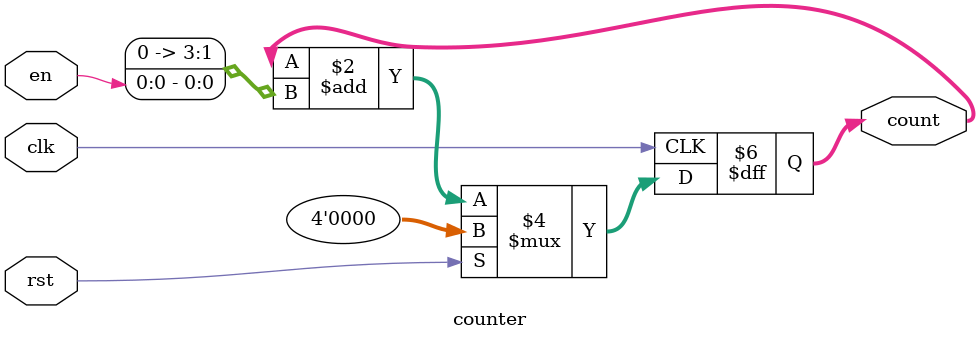
<source format=sv>
`timescale 1ns/100ps
module counter #(
	parameter WIDTH = 4 
)(
	input logic 					clk,
	input logic						rst,
	input logic						en,
	output logic [WIDTH-1:0]	count
);
	always_ff @ (posedge clk)
		if (rst) count <= {WIDTH{1'b0}};
		else 		count <= count + {{WIDTH-1{1'b0}}, en};
endmodule



</source>
